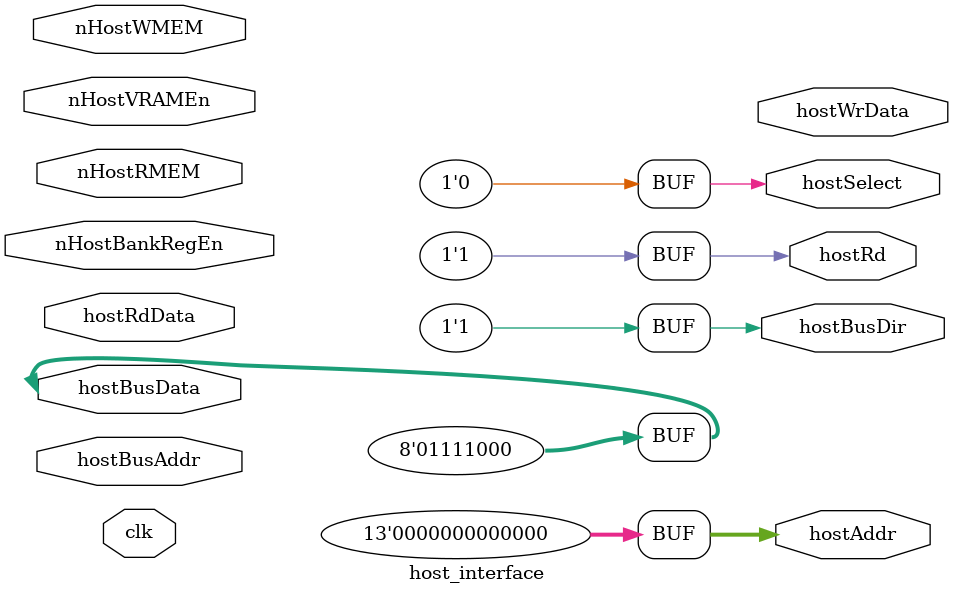
<source format=v>

module host_interface( input clk,
                       // host data/addr busses and control signals
                       input [10:0] hostBusAddr,
                       inout [7:0] hostBusData,
                       input nHostRMEM,
                       input nHostWMEM,
                       // VRAM and bank register enables (from address decode GAL)
                       input nHostVRAMEn,
                       input nHostBankRegEn,
                       // direction control for 74VLC245 transceiver interfacing
                       // host data bus (1=host writes, 0=host reads)
                       output hostBusDir,
                       // interface to display side of VRAM
                       input [7:0] hostRdData,
                       output hostSelect,
                       output hostRd,
                       output [12:0] hostAddr,
                       output [7:0] hostWrData );

  // for now, don't do anything with the host side of the VRAM
  assign hostAddr = 13'd0;
  assign hostSelect = 1'b0;
  assign hostRd = 1'b1;

  // Host bus data direction control.

  // host wants to read from display controller (nHostRMEM asserted)
  localparam BUS_HOST_READ = 1'b0;

  // host wants to write to display controller (nHostWMEM asserted)
  localparam BUS_HOST_WRITE = 1'b1;

  // for now, host interface is disable (hostBusData set to hi-Z,
  // hostBusDir set to BUS_HOST_WRITE)
  assign hostBusData = "xxxxxxxx";
  assign hostBusDir = BUS_HOST_WRITE;

endmodule

</source>
